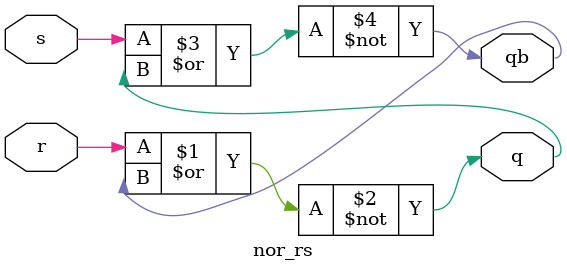
<source format=v>
`timescale 1ns / 1ps


module nor_rs(q, qb, r, s);
    
    output q, qb;
    input r, s;
    
    nor #1 n1 (q, r, qb);
    nor #1 n2 (qb, s, q);

endmodule

</source>
